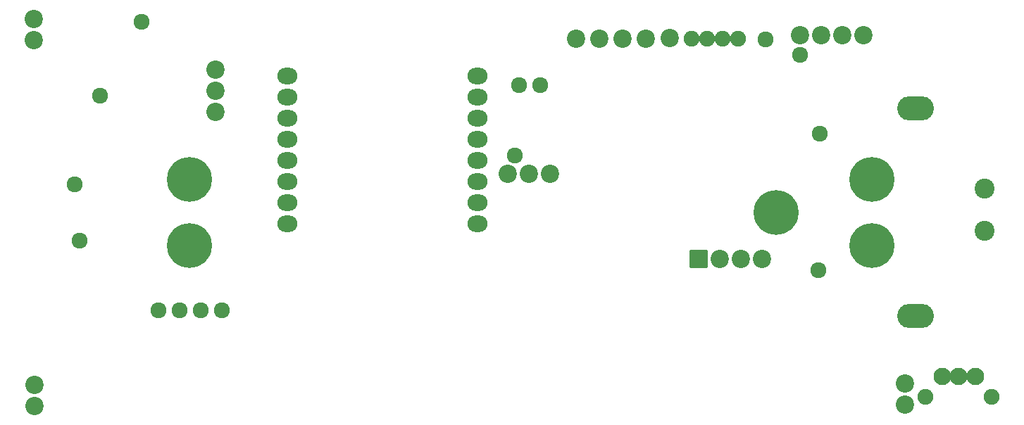
<source format=gbr>
%TF.GenerationSoftware,KiCad,Pcbnew,(6.0.11)*%
%TF.CreationDate,2023-02-13T14:33:55+01:00*%
%TF.ProjectId,carinsitu,63617269-6e73-4697-9475-2e6b69636164,1*%
%TF.SameCoordinates,Original*%
%TF.FileFunction,Soldermask,Bot*%
%TF.FilePolarity,Negative*%
%FSLAX46Y46*%
G04 Gerber Fmt 4.6, Leading zero omitted, Abs format (unit mm)*
G04 Created by KiCad (PCBNEW (6.0.11)) date 2023-02-13 14:33:55*
%MOMM*%
%LPD*%
G01*
G04 APERTURE LIST*
G04 Aperture macros list*
%AMRoundRect*
0 Rectangle with rounded corners*
0 $1 Rounding radius*
0 $2 $3 $4 $5 $6 $7 $8 $9 X,Y pos of 4 corners*
0 Add a 4 corners polygon primitive as box body*
4,1,4,$2,$3,$4,$5,$6,$7,$8,$9,$2,$3,0*
0 Add four circle primitives for the rounded corners*
1,1,$1+$1,$2,$3*
1,1,$1+$1,$4,$5*
1,1,$1+$1,$6,$7*
1,1,$1+$1,$8,$9*
0 Add four rect primitives between the rounded corners*
20,1,$1+$1,$2,$3,$4,$5,0*
20,1,$1+$1,$4,$5,$6,$7,0*
20,1,$1+$1,$6,$7,$8,$9,0*
20,1,$1+$1,$8,$9,$2,$3,0*%
G04 Aperture macros list end*
%ADD10C,1.200000*%
%ADD11C,5.400000*%
%ADD12C,1.924000*%
%ADD13C,2.200000*%
%ADD14C,1.900000*%
%ADD15C,2.100000*%
%ADD16O,2.400000X2.000000*%
%ADD17C,2.400000*%
%ADD18RoundRect,0.200000X-0.900000X-0.900000X0.900000X-0.900000X0.900000X0.900000X-0.900000X0.900000X0*%
%ADD19O,4.400000X2.900000*%
G04 APERTURE END LIST*
D10*
%TO.C,FIX1*%
X103340000Y-99590000D03*
X106160000Y-99590000D03*
X103340000Y-102410000D03*
X104750000Y-99000000D03*
X106750000Y-101000000D03*
X102750000Y-101000000D03*
D11*
X104750000Y-101000000D03*
D10*
X104750000Y-103000000D03*
X106160000Y-102410000D03*
%TD*%
%TO.C,FIX2*%
X106160000Y-107590000D03*
X104750000Y-111000000D03*
X106160000Y-110410000D03*
D11*
X104750000Y-109000000D03*
D10*
X102750000Y-109000000D03*
X103340000Y-107590000D03*
X106750000Y-109000000D03*
X103340000Y-110410000D03*
X104750000Y-107000000D03*
%TD*%
%TO.C,FIX3*%
X176660000Y-106410000D03*
X175250000Y-107000000D03*
X175250000Y-103000000D03*
X173840000Y-106410000D03*
X177250000Y-105000000D03*
D11*
X175250000Y-105000000D03*
D10*
X173840000Y-103590000D03*
X173250000Y-105000000D03*
X176660000Y-103590000D03*
%TD*%
%TO.C,FIX4*%
X185340000Y-99590000D03*
X184750000Y-101000000D03*
X186750000Y-103000000D03*
X185340000Y-102410000D03*
D11*
X186750000Y-101000000D03*
D10*
X188160000Y-102410000D03*
X188750000Y-101000000D03*
X186750000Y-99000000D03*
X188160000Y-99590000D03*
%TD*%
%TO.C,FIX5*%
X186750000Y-107000000D03*
X185340000Y-110410000D03*
X186750000Y-111000000D03*
D11*
X186750000Y-109000000D03*
D10*
X188160000Y-110410000D03*
X185340000Y-107590000D03*
X184750000Y-109000000D03*
X188160000Y-107590000D03*
X188750000Y-109000000D03*
%TD*%
D12*
%TO.C,P2*%
X146893600Y-89728400D03*
X144393600Y-89728400D03*
%TD*%
D13*
%TO.C,MOD1*%
X151250000Y-84070000D03*
X154050000Y-84070000D03*
X156850000Y-84070000D03*
X159650000Y-84070000D03*
X162480000Y-84020000D03*
D14*
X165130000Y-84070000D03*
X166980000Y-84070000D03*
X168830000Y-84070000D03*
X170680000Y-84070000D03*
%TD*%
D13*
%TO.C,P1*%
X190728600Y-125552200D03*
X190728600Y-128092200D03*
%TD*%
D14*
%TO.C,SW1*%
X201224400Y-127164800D03*
X193224400Y-127164800D03*
D15*
X195224400Y-124764800D03*
X197224400Y-124764800D03*
X199224400Y-124764800D03*
%TD*%
D13*
%TO.C,P3*%
X142976600Y-100355400D03*
X145516600Y-100355400D03*
X148056600Y-100355400D03*
%TD*%
D16*
%TO.C,U1*%
X116512200Y-88595200D03*
X116512200Y-91135200D03*
X116512200Y-93675200D03*
X116512200Y-96215200D03*
X116512200Y-98755200D03*
X116512200Y-101295200D03*
X116512200Y-103835200D03*
X116512200Y-106375200D03*
X139372200Y-106375200D03*
X139372200Y-103835200D03*
X139372200Y-101295200D03*
X139372200Y-98755200D03*
X139372200Y-96215200D03*
X139372200Y-93675200D03*
X139372200Y-91135200D03*
X139372200Y-88595200D03*
%TD*%
D12*
%TO.C,TP7*%
X174010000Y-84230000D03*
%TD*%
%TO.C,TP9*%
X178189800Y-86081200D03*
%TD*%
D13*
%TO.C,D4*%
X185810200Y-83718400D03*
X183240200Y-83718400D03*
X180700200Y-83718400D03*
X178130200Y-83718400D03*
%TD*%
D12*
%TO.C,TP11*%
X101015800Y-116763800D03*
%TD*%
D17*
%TO.C,F1*%
X200319800Y-107181200D03*
X200329800Y-102101200D03*
%TD*%
D12*
%TO.C,TP5*%
X108635800Y-116763800D03*
%TD*%
%TO.C,TP8*%
X93980000Y-90982800D03*
%TD*%
D18*
%TO.C,P4*%
X165963600Y-110642400D03*
D13*
X168503600Y-110642400D03*
X171043600Y-110642400D03*
X173583600Y-110642400D03*
%TD*%
D12*
%TO.C,TP1*%
X180519800Y-95531200D03*
%TD*%
%TO.C,TP10*%
X99000000Y-82050000D03*
%TD*%
%TO.C,TP13*%
X90987600Y-101650800D03*
%TD*%
%TO.C,TP6*%
X143850000Y-98200000D03*
%TD*%
%TO.C,TP2*%
X103555800Y-116763800D03*
%TD*%
%TO.C,TP4*%
X180390800Y-111937800D03*
%TD*%
D13*
%TO.C,D5*%
X107848400Y-87833200D03*
X107848400Y-90373200D03*
X107848400Y-92913200D03*
%TD*%
D12*
%TO.C,TP3*%
X106095800Y-116763800D03*
%TD*%
D19*
%TO.C,H1*%
X192000000Y-117500000D03*
X192000000Y-92500000D03*
%TD*%
D12*
%TO.C,TP12*%
X91530000Y-108430000D03*
%TD*%
D13*
%TO.C,D2*%
X86004400Y-84277200D03*
X86004400Y-81737200D03*
%TD*%
%TO.C,D1*%
X86080600Y-128270000D03*
X86080600Y-125730000D03*
%TD*%
M02*

</source>
